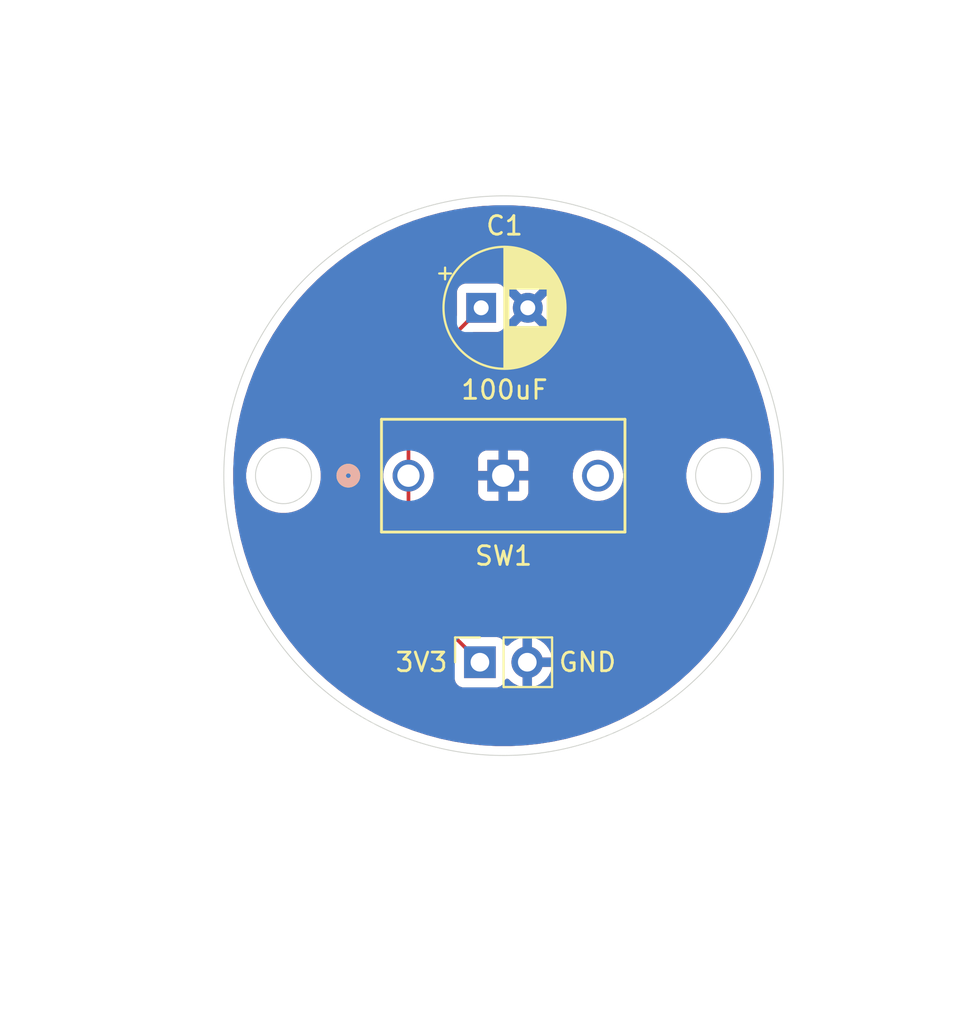
<source format=kicad_pcb>
(kicad_pcb (version 20241229) (generator "pcbnew") (generator_version "9.0")
  (layers (0 "F.Cu" signal) (2 "B.Cu" signal) (13 "F.Paste" user) (15 "B.Paste" user) (5 "F.SilkS" user "F.Silkscreen") (7 "B.SilkS" user "B.Silkscreen") (1 "F.Mask" user) (3 "B.Mask" user) (25 "Edge.Cuts" user))
  (net 0 "")
  (net 1 "GND")
  (net 2 "+3.3V")
  (footprint "microswitch:SW_D2FS-F-N_OMR" (layer "F.Cu") (at 143.602379 91)
    (property "Reference" "SW1" (at 5.097621 4.3 0) (layer "F.SilkS"))
    (property "Value" "D2FS-F-N")
    (fp_line (start -1.4478 -3.0226) (end -1.4478 3.0226) (stroke (width 0.1524)) (layer "F.SilkS"))
    (fp_line (start -1.4478 3.0226) (end 11.6078 3.0226) (stroke (width 0.1524)) (layer "F.SilkS"))
    (fp_line (start 11.6078 -3.0226) (end -1.4478 -3.0226) (stroke (width 0.1524)) (layer "F.SilkS"))
    (fp_line (start 11.6078 3.0226) (end 11.6078 -3.0226) (stroke (width 0.1524)) (layer "F.SilkS"))
    (fp_circle (center -3.2258 0) (end -2.8448 0) (stroke (width 0.508)) (fill no) (layer "F.SilkS"))
    (fp_circle (center -3.2258 0) (end -2.8448 0) (stroke (width 0.508)) (fill no) (layer "B.SilkS"))
    (pad "1" thru_hole circle (at 0 0) (size 1.7018 1.7018) (drill 1.1938) (layers "*.Cu" "*.Mask") (net 2 "+3.3V"))
    (pad "2" thru_hole rect (at 5.08 0) (size 1.7018 1.7018) (drill 1.1938) (layers "*.Cu" "*.Mask") (net 1 "GND"))
    (pad "3" thru_hole circle (at 10.16 0) (size 1.7018 1.7018) (drill 1.1938) (layers "*.Cu" "*.Mask"))
  )
  (footprint "Capacitor_THT:CP_Radial_D6.3mm_P2.50mm" (layer "F.Cu") (at 147.5 82)
    (property "Reference" "C1" (at 1.25 -4.4 0) (layer "F.SilkS"))
    (property "Value" "100uF" (at 1.25 4.4 0) (layer "F.SilkS"))
    (fp_line (start -2.250241 -1.839) (end -1.620241 -1.839) (stroke (width 0.12)) (layer "F.SilkS"))
    (fp_line (start -1.935241 -2.154) (end -1.935241 -1.524) (stroke (width 0.12)) (layer "F.SilkS"))
    (fp_line (start 1.25 -3.23) (end 1.25 3.23) (stroke (width 0.12)) (layer "F.SilkS"))
    (fp_line (start 1.29 -3.23) (end 1.29 3.23) (stroke (width 0.12)) (layer "F.SilkS"))
    (fp_line (start 1.33 -3.23) (end 1.33 3.23) (stroke (width 0.12)) (layer "F.SilkS"))
    (fp_line (start 1.37 -3.228) (end 1.37 3.228) (stroke (width 0.12)) (layer "F.SilkS"))
    (fp_line (start 1.41 -3.227) (end 1.41 3.227) (stroke (width 0.12)) (layer "F.SilkS"))
    (fp_line (start 1.45 -3.224) (end 1.45 3.224) (stroke (width 0.12)) (layer "F.SilkS"))
    (fp_line (start 1.49 -3.222) (end 1.49 -1.04) (stroke (width 0.12)) (layer "F.SilkS"))
    (fp_line (start 1.49 1.04) (end 1.49 3.222) (stroke (width 0.12)) (layer "F.SilkS"))
    (fp_line (start 1.53 -3.218) (end 1.53 -1.04) (stroke (width 0.12)) (layer "F.SilkS"))
    (fp_line (start 1.53 1.04) (end 1.53 3.218) (stroke (width 0.12)) (layer "F.SilkS"))
    (fp_line (start 1.57 -3.215) (end 1.57 -1.04) (stroke (width 0.12)) (layer "F.SilkS"))
    (fp_line (start 1.57 1.04) (end 1.57 3.215) (stroke (width 0.12)) (layer "F.SilkS"))
    (fp_line (start 1.61 -3.211) (end 1.61 -1.04) (stroke (width 0.12)) (layer "F.SilkS"))
    (fp_line (start 1.61 1.04) (end 1.61 3.211) (stroke (width 0.12)) (layer "F.SilkS"))
    (fp_line (start 1.65 -3.206) (end 1.65 -1.04) (stroke (width 0.12)) (layer "F.SilkS"))
    (fp_line (start 1.65 1.04) (end 1.65 3.206) (stroke (width 0.12)) (layer "F.SilkS"))
    (fp_line (start 1.69 -3.201) (end 1.69 -1.04) (stroke (width 0.12)) (layer "F.SilkS"))
    (fp_line (start 1.69 1.04) (end 1.69 3.201) (stroke (width 0.12)) (layer "F.SilkS"))
    (fp_line (start 1.73 -3.195) (end 1.73 -1.04) (stroke (width 0.12)) (layer "F.SilkS"))
    (fp_line (start 1.73 1.04) (end 1.73 3.195) (stroke (width 0.12)) (layer "F.SilkS"))
    (fp_line (start 1.77 -3.189) (end 1.77 -1.04) (stroke (width 0.12)) (layer "F.SilkS"))
    (fp_line (start 1.77 1.04) (end 1.77 3.189) (stroke (width 0.12)) (layer "F.SilkS"))
    (fp_line (start 1.81 -3.182) (end 1.81 -1.04) (stroke (width 0.12)) (layer "F.SilkS"))
    (fp_line (start 1.81 1.04) (end 1.81 3.182) (stroke (width 0.12)) (layer "F.SilkS"))
    (fp_line (start 1.85 -3.175) (end 1.85 -1.04) (stroke (width 0.12)) (layer "F.SilkS"))
    (fp_line (start 1.85 1.04) (end 1.85 3.175) (stroke (width 0.12)) (layer "F.SilkS"))
    (fp_line (start 1.89 -3.167) (end 1.89 -1.04) (stroke (width 0.12)) (layer "F.SilkS"))
    (fp_line (start 1.89 1.04) (end 1.89 3.167) (stroke (width 0.12)) (layer "F.SilkS"))
    (fp_line (start 1.93 -3.159) (end 1.93 -1.04) (stroke (width 0.12)) (layer "F.SilkS"))
    (fp_line (start 1.93 1.04) (end 1.93 3.159) (stroke (width 0.12)) (layer "F.SilkS"))
    (fp_line (start 1.971 -3.15) (end 1.971 -1.04) (stroke (width 0.12)) (layer "F.SilkS"))
    (fp_line (start 1.971 1.04) (end 1.971 3.15) (stroke (width 0.12)) (layer "F.SilkS"))
    (fp_line (start 2.011 -3.141) (end 2.011 -1.04) (stroke (width 0.12)) (layer "F.SilkS"))
    (fp_line (start 2.011 1.04) (end 2.011 3.141) (stroke (width 0.12)) (layer "F.SilkS"))
    (fp_line (start 2.051 -3.131) (end 2.051 -1.04) (stroke (width 0.12)) (layer "F.SilkS"))
    (fp_line (start 2.051 1.04) (end 2.051 3.131) (stroke (width 0.12)) (layer "F.SilkS"))
    (fp_line (start 2.091 -3.121) (end 2.091 -1.04) (stroke (width 0.12)) (layer "F.SilkS"))
    (fp_line (start 2.091 1.04) (end 2.091 3.121) (stroke (width 0.12)) (layer "F.SilkS"))
    (fp_line (start 2.131 -3.11) (end 2.131 -1.04) (stroke (width 0.12)) (layer "F.SilkS"))
    (fp_line (start 2.131 1.04) (end 2.131 3.11) (stroke (width 0.12)) (layer "F.SilkS"))
    (fp_line (start 2.171 -3.098) (end 2.171 -1.04) (stroke (width 0.12)) (layer "F.SilkS"))
    (fp_line (start 2.171 1.04) (end 2.171 3.098) (stroke (width 0.12)) (layer "F.SilkS"))
    (fp_line (start 2.211 -3.086) (end 2.211 -1.04) (stroke (width 0.12)) (layer "F.SilkS"))
    (fp_line (start 2.211 1.04) (end 2.211 3.086) (stroke (width 0.12)) (layer "F.SilkS"))
    (fp_line (start 2.251 -3.074) (end 2.251 -1.04) (stroke (width 0.12)) (layer "F.SilkS"))
    (fp_line (start 2.251 1.04) (end 2.251 3.074) (stroke (width 0.12)) (layer "F.SilkS"))
    (fp_line (start 2.291 -3.061) (end 2.291 -1.04) (stroke (width 0.12)) (layer "F.SilkS"))
    (fp_line (start 2.291 1.04) (end 2.291 3.061) (stroke (width 0.12)) (layer "F.SilkS"))
    (fp_line (start 2.331 -3.047) (end 2.331 -1.04) (stroke (width 0.12)) (layer "F.SilkS"))
    (fp_line (start 2.331 1.04) (end 2.331 3.047) (stroke (width 0.12)) (layer "F.SilkS"))
    (fp_line (start 2.371 -3.033) (end 2.371 -1.04) (stroke (width 0.12)) (layer "F.SilkS"))
    (fp_line (start 2.371 1.04) (end 2.371 3.033) (stroke (width 0.12)) (layer "F.SilkS"))
    (fp_line (start 2.411 -3.018) (end 2.411 -1.04) (stroke (width 0.12)) (layer "F.SilkS"))
    (fp_line (start 2.411 1.04) (end 2.411 3.018) (stroke (width 0.12)) (layer "F.SilkS"))
    (fp_line (start 2.451 -3.002) (end 2.451 -1.04) (stroke (width 0.12)) (layer "F.SilkS"))
    (fp_line (start 2.451 1.04) (end 2.451 3.002) (stroke (width 0.12)) (layer "F.SilkS"))
    (fp_line (start 2.491 -2.986) (end 2.491 -1.04) (stroke (width 0.12)) (layer "F.SilkS"))
    (fp_line (start 2.491 1.04) (end 2.491 2.986) (stroke (width 0.12)) (layer "F.SilkS"))
    (fp_line (start 2.531 -2.97) (end 2.531 -1.04) (stroke (width 0.12)) (layer "F.SilkS"))
    (fp_line (start 2.531 1.04) (end 2.531 2.97) (stroke (width 0.12)) (layer "F.SilkS"))
    (fp_line (start 2.571 -2.952) (end 2.571 -1.04) (stroke (width 0.12)) (layer "F.SilkS"))
    (fp_line (start 2.571 1.04) (end 2.571 2.952) (stroke (width 0.12)) (layer "F.SilkS"))
    (fp_line (start 2.611 -2.934) (end 2.611 -1.04) (stroke (width 0.12)) (layer "F.SilkS"))
    (fp_line (start 2.611 1.04) (end 2.611 2.934) (stroke (width 0.12)) (layer "F.SilkS"))
    (fp_line (start 2.651 -2.916) (end 2.651 -1.04) (stroke (width 0.12)) (layer "F.SilkS"))
    (fp_line (start 2.651 1.04) (end 2.651 2.916) (stroke (width 0.12)) (layer "F.SilkS"))
    (fp_line (start 2.691 -2.896) (end 2.691 -1.04) (stroke (width 0.12)) (layer "F.SilkS"))
    (fp_line (start 2.691 1.04) (end 2.691 2.896) (stroke (width 0.12)) (layer "F.SilkS"))
    (fp_line (start 2.731 -2.876) (end 2.731 -1.04) (stroke (width 0.12)) (layer "F.SilkS"))
    (fp_line (start 2.731 1.04) (end 2.731 2.876) (stroke (width 0.12)) (layer "F.SilkS"))
    (fp_line (start 2.771 -2.856) (end 2.771 -1.04) (stroke (width 0.12)) (layer "F.SilkS"))
    (fp_line (start 2.771 1.04) (end 2.771 2.856) (stroke (width 0.12)) (layer "F.SilkS"))
    (fp_line (start 2.811 -2.834) (end 2.811 -1.04) (stroke (width 0.12)) (layer "F.SilkS"))
    (fp_line (start 2.811 1.04) (end 2.811 2.834) (stroke (width 0.12)) (layer "F.SilkS"))
    (fp_line (start 2.851 -2.812) (end 2.851 -1.04) (stroke (width 0.12)) (layer "F.SilkS"))
    (fp_line (start 2.851 1.04) (end 2.851 2.812) (stroke (width 0.12)) (layer "F.SilkS"))
    (fp_line (start 2.891 -2.79) (end 2.891 -1.04) (stroke (width 0.12)) (layer "F.SilkS"))
    (fp_line (start 2.891 1.04) (end 2.891 2.79) (stroke (width 0.12)) (layer "F.SilkS"))
    (fp_line (start 2.931 -2.766) (end 2.931 -1.04) (stroke (width 0.12)) (layer "F.SilkS"))
    (fp_line (start 2.931 1.04) (end 2.931 2.766) (stroke (width 0.12)) (layer "F.SilkS"))
    (fp_line (start 2.971 -2.742) (end 2.971 -1.04) (stroke (width 0.12)) (layer "F.SilkS"))
    (fp_line (start 2.971 1.04) (end 2.971 2.742) (stroke (width 0.12)) (layer "F.SilkS"))
    (fp_line (start 3.011 -2.716) (end 3.011 -1.04) (stroke (width 0.12)) (layer "F.SilkS"))
    (fp_line (start 3.011 1.04) (end 3.011 2.716) (stroke (width 0.12)) (layer "F.SilkS"))
    (fp_line (start 3.051 -2.69) (end 3.051 -1.04) (stroke (width 0.12)) (layer "F.SilkS"))
    (fp_line (start 3.051 1.04) (end 3.051 2.69) (stroke (width 0.12)) (layer "F.SilkS"))
    (fp_line (start 3.091 -2.664) (end 3.091 -1.04) (stroke (width 0.12)) (layer "F.SilkS"))
    (fp_line (start 3.091 1.04) (end 3.091 2.664) (stroke (width 0.12)) (layer "F.SilkS"))
    (fp_line (start 3.131 -2.636) (end 3.131 -1.04) (stroke (width 0.12)) (layer "F.SilkS"))
    (fp_line (start 3.131 1.04) (end 3.131 2.636) (stroke (width 0.12)) (layer "F.SilkS"))
    (fp_line (start 3.171 -2.607) (end 3.171 -1.04) (stroke (width 0.12)) (layer "F.SilkS"))
    (fp_line (start 3.171 1.04) (end 3.171 2.607) (stroke (width 0.12)) (layer "F.SilkS"))
    (fp_line (start 3.211 -2.578) (end 3.211 -1.04) (stroke (width 0.12)) (layer "F.SilkS"))
    (fp_line (start 3.211 1.04) (end 3.211 2.578) (stroke (width 0.12)) (layer "F.SilkS"))
    (fp_line (start 3.251 -2.548) (end 3.251 -1.04) (stroke (width 0.12)) (layer "F.SilkS"))
    (fp_line (start 3.251 1.04) (end 3.251 2.548) (stroke (width 0.12)) (layer "F.SilkS"))
    (fp_line (start 3.291 -2.516) (end 3.291 -1.04) (stroke (width 0.12)) (layer "F.SilkS"))
    (fp_line (start 3.291 1.04) (end 3.291 2.516) (stroke (width 0.12)) (layer "F.SilkS"))
    (fp_line (start 3.331 -2.484) (end 3.331 -1.04) (stroke (width 0.12)) (layer "F.SilkS"))
    (fp_line (start 3.331 1.04) (end 3.331 2.484) (stroke (width 0.12)) (layer "F.SilkS"))
    (fp_line (start 3.371 -2.45) (end 3.371 -1.04) (stroke (width 0.12)) (layer "F.SilkS"))
    (fp_line (start 3.371 1.04) (end 3.371 2.45) (stroke (width 0.12)) (layer "F.SilkS"))
    (fp_line (start 3.411 -2.416) (end 3.411 -1.04) (stroke (width 0.12)) (layer "F.SilkS"))
    (fp_line (start 3.411 1.04) (end 3.411 2.416) (stroke (width 0.12)) (layer "F.SilkS"))
    (fp_line (start 3.451 -2.38) (end 3.451 -1.04) (stroke (width 0.12)) (layer "F.SilkS"))
    (fp_line (start 3.451 1.04) (end 3.451 2.38) (stroke (width 0.12)) (layer "F.SilkS"))
    (fp_line (start 3.491 -2.343) (end 3.491 -1.04) (stroke (width 0.12)) (layer "F.SilkS"))
    (fp_line (start 3.491 1.04) (end 3.491 2.343) (stroke (width 0.12)) (layer "F.SilkS"))
    (fp_line (start 3.531 -2.305) (end 3.531 -1.04) (stroke (width 0.12)) (layer "F.SilkS"))
    (fp_line (start 3.531 1.04) (end 3.531 2.305) (stroke (width 0.12)) (layer "F.SilkS"))
    (fp_line (start 3.571 -2.265) (end 3.571 2.265) (stroke (width 0.12)) (layer "F.SilkS"))
    (fp_line (start 3.611 -2.224) (end 3.611 2.224) (stroke (width 0.12)) (layer "F.SilkS"))
    (fp_line (start 3.651 -2.182) (end 3.651 2.182) (stroke (width 0.12)) (layer "F.SilkS"))
    (fp_line (start 3.691 -2.137) (end 3.691 2.137) (stroke (width 0.12)) (layer "F.SilkS"))
    (fp_line (start 3.731 -2.092) (end 3.731 2.092) (stroke (width 0.12)) (layer "F.SilkS"))
    (fp_line (start 3.771 -2.044) (end 3.771 2.044) (stroke (width 0.12)) (layer "F.SilkS"))
    (fp_line (start 3.811 -1.995) (end 3.811 1.995) (stroke (width 0.12)) (layer "F.SilkS"))
    (fp_line (start 3.851 -1.944) (end 3.851 1.944) (stroke (width 0.12)) (layer "F.SilkS"))
    (fp_line (start 3.891 -1.89) (end 3.891 1.89) (stroke (width 0.12)) (layer "F.SilkS"))
    (fp_line (start 3.931 -1.834) (end 3.931 1.834) (stroke (width 0.12)) (layer "F.SilkS"))
    (fp_line (start 3.971 -1.776) (end 3.971 1.776) (stroke (width 0.12)) (layer "F.SilkS"))
    (fp_line (start 4.011 -1.714) (end 4.011 1.714) (stroke (width 0.12)) (layer "F.SilkS"))
    (fp_line (start 4.051 -1.65) (end 4.051 1.65) (stroke (width 0.12)) (layer "F.SilkS"))
    (fp_line (start 4.091 -1.581) (end 4.091 1.581) (stroke (width 0.12)) (layer "F.SilkS"))
    (fp_line (start 4.131 -1.509) (end 4.131 1.509) (stroke (width 0.12)) (layer "F.SilkS"))
    (fp_line (start 4.171 -1.432) (end 4.171 1.432) (stroke (width 0.12)) (layer "F.SilkS"))
    (fp_line (start 4.211 -1.35) (end 4.211 1.35) (stroke (width 0.12)) (layer "F.SilkS"))
    (fp_line (start 4.251 -1.262) (end 4.251 1.262) (stroke (width 0.12)) (layer "F.SilkS"))
    (fp_line (start 4.291 -1.165) (end 4.291 1.165) (stroke (width 0.12)) (layer "F.SilkS"))
    (fp_line (start 4.331 -1.059) (end 4.331 1.059) (stroke (width 0.12)) (layer "F.SilkS"))
    (fp_line (start 4.371 -0.94) (end 4.371 0.94) (stroke (width 0.12)) (layer "F.SilkS"))
    (fp_line (start 4.411 -0.802) (end 4.411 0.802) (stroke (width 0.12)) (layer "F.SilkS"))
    (fp_line (start 4.451 -0.633) (end 4.451 0.633) (stroke (width 0.12)) (layer "F.SilkS"))
    (fp_line (start 4.491 -0.402) (end 4.491 0.402) (stroke (width 0.12)) (layer "F.SilkS"))
    (fp_circle (center 1.25 0) (end 4.52 0) (stroke (width 0.12)) (fill no) (layer "F.SilkS"))
    (pad "1" thru_hole rect (at 0 0) (size 1.6 1.6) (drill 0.8) (layers "*.Cu" "*.Mask") (net 2 "+3.3V"))
    (pad "2" thru_hole circle (at 2.5 0) (size 1.6 1.6) (drill 0.8) (layers "*.Cu" "*.Mask") (net 1 "GND"))
  )
  (footprint "Connector_PinSocket_2.54mm:PinSocket_1x02_P2.54mm_Vertical" (layer "F.Cu") (at 147.432379 101 90)
    (property "Reference" "J1" (hide yes))
    (property "Value" "Conn_01x02_Socket")
    (fp_line (start 1.33 -1.33) (end 1.33 0) (stroke (width 0.12)) (layer "F.SilkS"))
    (fp_line (start 0 -1.33) (end 1.33 -1.33) (stroke (width 0.12)) (layer "F.SilkS"))
    (fp_line (start 1.33 1.27) (end 1.33 3.87) (stroke (width 0.12)) (layer "F.SilkS"))
    (fp_line (start -1.33 1.27) (end 1.33 1.27) (stroke (width 0.12)) (layer "F.SilkS"))
    (fp_line (start -1.33 1.27) (end -1.33 3.87) (stroke (width 0.12)) (layer "F.SilkS"))
    (fp_line (start -1.33 3.87) (end 1.33 3.87) (stroke (width 0.12)) (layer "F.SilkS"))
    (pad "1" thru_hole rect (at 0 0 90) (size 1.7 1.7) (drill 1) (layers "*.Cu" "*.Mask") (net 2 "+3.3V"))
    (pad "2" thru_hole oval (at 0 2.54 90) (size 1.7 1.7) (drill 1) (layers "*.Cu" "*.Mask") (net 1 "GND"))
  )
  (gr_circle (center 148.7 91) (end 163.7 91) (stroke (width 0.05)) (fill no) (layer "Edge.Cuts"))
  (gr_circle (center 136.9 91) (end 138.4 91) (stroke (width 0.05)) (fill no) (layer "Edge.Cuts"))
  (gr_circle (center 160.5 91) (end 162 91) (stroke (width 0.05)) (fill no) (layer "Edge.Cuts"))
  (gr_text "GND" (at 153.2 101 0) (layer "F.SilkS") (effects (font (size 1 1))))
  (gr_text "3V3" (at 144.3 101 0) (layer "F.SilkS") (effects (font (size 1 1))))
  (segment (start 147.432379 101) (end 143.602379 97.17) (width 0.2) (layer "F.Cu") (net 2))
  (segment (start 143.602379 85.897621) (end 147.5 82) (width 0.2) (layer "F.Cu") (net 2))
  (segment (start 143.602379 91) (end 143.602379 85.897621) (width 0.2) (layer "F.Cu") (net 2))
  (segment (start 143.602379 97.17) (end 143.602379 91) (width 0.2) (layer "F.Cu") (net 2))
  (zone (net 1) (net_name "GND") (layers "F.Cu" "B.Cu") (connect_pads (clearance 0.5)) (min_thickness 0.25) (fill yes (thermal_gap 0.5) (thermal_bridge_width 0.5))
    (polygon (pts (xy 121.7 65.5) (xy 173.4 65.5) (xy 173.4 120.4) (xy 121.7 120.4)))
  )
)
</source>
